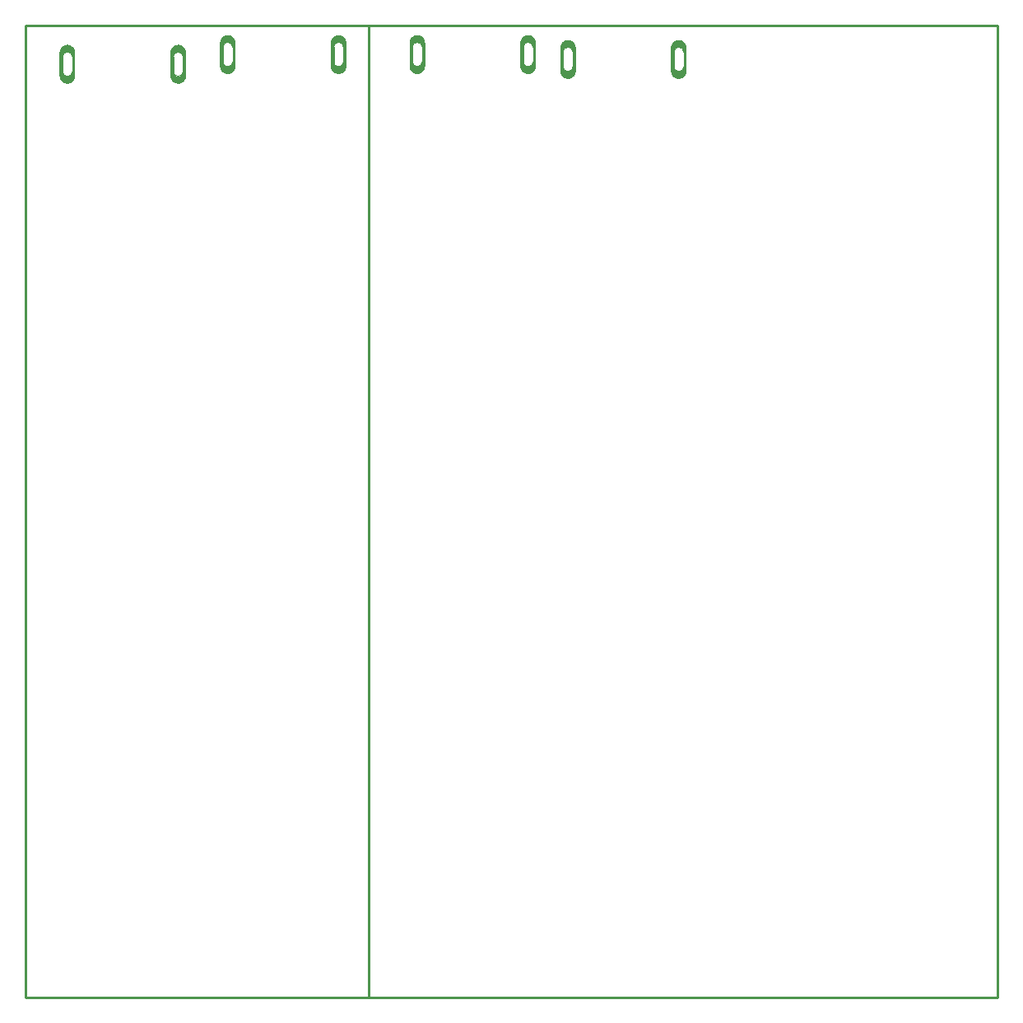
<source format=gbp>
G04*
G04 #@! TF.GenerationSoftware,Altium Limited,CircuitStudio,1.5.2 (1.5.2.30)*
G04*
G04 Layer_Color=16770453*
%FSLAX25Y25*%
%MOIN*%
G70*
G01*
G75*
%ADD27C,0.01000*%
%ADD32C,0.00000*%
G36*
X182055Y489759D02*
X182219Y489747D01*
X182383Y489725D01*
X182545Y489695D01*
X182705Y489656D01*
X182863Y489610D01*
X183019Y489555D01*
X183171Y489492D01*
X183320Y489421D01*
X183465Y489342D01*
X183605Y489256D01*
X183741Y489162D01*
X183872Y489062D01*
X183997Y488955D01*
X184117Y488841D01*
X184230Y488722D01*
X184337Y488596D01*
X184438Y488465D01*
X184531Y488330D01*
X184617Y488189D01*
X184696Y488044D01*
X184767Y487895D01*
X184830Y487743D01*
X184885Y487587D01*
X184932Y487429D01*
X184970Y487269D01*
X185001Y487107D01*
X185022Y486943D01*
X185035Y486779D01*
X185039Y486614D01*
Y481890D01*
Y477165D01*
X185035Y477001D01*
X185022Y476836D01*
X185001Y476673D01*
X184970Y476510D01*
X184932Y476350D01*
X184885Y476192D01*
X184830Y476037D01*
X184767Y475884D01*
X184696Y475736D01*
X184617Y475591D01*
X184531Y475450D01*
X184438Y475314D01*
X184337Y475183D01*
X184230Y475058D01*
X184117Y474938D01*
X183997Y474825D01*
X183872Y474718D01*
X183741Y474617D01*
X183605Y474524D01*
X183465Y474438D01*
X183320Y474359D01*
X183171Y474288D01*
X183019Y474225D01*
X182863Y474170D01*
X182705Y474123D01*
X182545Y474085D01*
X182383Y474054D01*
X182219Y474033D01*
X182055Y474020D01*
X181890Y474016D01*
X181725Y474020D01*
X181561Y474033D01*
X181397Y474054D01*
X181235Y474085D01*
X181075Y474123D01*
X180917Y474170D01*
X180761Y474225D01*
X180609Y474288D01*
X180460Y474359D01*
X180315Y474438D01*
X180174Y474524D01*
X180038Y474617D01*
X179908Y474718D01*
X179782Y474825D01*
X179663Y474938D01*
X179549Y475058D01*
X179442Y475183D01*
X179342Y475314D01*
X179248Y475450D01*
X179162Y475591D01*
X179083Y475736D01*
X179013Y475884D01*
X178949Y476037D01*
X178894Y476192D01*
X178848Y476350D01*
X178809Y476510D01*
X178779Y476673D01*
X178757Y476836D01*
X178744Y477001D01*
X178740Y477165D01*
Y481890D01*
Y486614D01*
X178744Y486779D01*
X178757Y486943D01*
X178779Y487107D01*
X178809Y487269D01*
X178848Y487429D01*
X178894Y487587D01*
X178949Y487743D01*
X179013Y487895D01*
X179083Y488044D01*
X179162Y488189D01*
X179248Y488330D01*
X179342Y488465D01*
X179442Y488596D01*
X179549Y488722D01*
X179663Y488841D01*
X179782Y488955D01*
X179908Y489062D01*
X180038Y489162D01*
X180174Y489256D01*
X180315Y489342D01*
X180460Y489421D01*
X180609Y489492D01*
X180761Y489555D01*
X180917Y489610D01*
X181075Y489656D01*
X181235Y489695D01*
X181397Y489725D01*
X181561Y489747D01*
X181725Y489759D01*
X181890Y489764D01*
X182055Y489759D01*
D02*
G37*
G36*
X226937D02*
X227101Y489747D01*
X227264Y489725D01*
X227427Y489695D01*
X227587Y489656D01*
X227745Y489610D01*
X227900Y489555D01*
X228053Y489492D01*
X228202Y489421D01*
X228346Y489342D01*
X228487Y489256D01*
X228623Y489162D01*
X228754Y489062D01*
X228879Y488955D01*
X228999Y488841D01*
X229112Y488722D01*
X229219Y488596D01*
X229320Y488465D01*
X229413Y488330D01*
X229499Y488189D01*
X229578Y488044D01*
X229649Y487895D01*
X229712Y487743D01*
X229767Y487587D01*
X229814Y487429D01*
X229852Y487269D01*
X229883Y487107D01*
X229904Y486943D01*
X229917Y486779D01*
X229921Y486614D01*
Y481890D01*
Y477165D01*
X229917Y477001D01*
X229904Y476836D01*
X229883Y476673D01*
X229852Y476510D01*
X229814Y476350D01*
X229767Y476192D01*
X229712Y476037D01*
X229649Y475884D01*
X229578Y475736D01*
X229499Y475591D01*
X229413Y475450D01*
X229320Y475314D01*
X229219Y475183D01*
X229112Y475058D01*
X228999Y474938D01*
X228879Y474825D01*
X228754Y474718D01*
X228623Y474617D01*
X228487Y474524D01*
X228346Y474438D01*
X228202Y474359D01*
X228053Y474288D01*
X227900Y474225D01*
X227745Y474170D01*
X227587Y474123D01*
X227427Y474085D01*
X227264Y474054D01*
X227101Y474033D01*
X226937Y474020D01*
X226772Y474016D01*
X226607Y474020D01*
X226442Y474033D01*
X226279Y474054D01*
X226117Y474085D01*
X225957Y474123D01*
X225798Y474170D01*
X225643Y474225D01*
X225491Y474288D01*
X225342Y474359D01*
X225197Y474438D01*
X225056Y474524D01*
X224920Y474617D01*
X224790Y474718D01*
X224664Y474825D01*
X224545Y474938D01*
X224431Y475058D01*
X224324Y475183D01*
X224224Y475314D01*
X224130Y475450D01*
X224044Y475591D01*
X223965Y475736D01*
X223894Y475884D01*
X223831Y476037D01*
X223776Y476192D01*
X223729Y476350D01*
X223691Y476510D01*
X223661Y476673D01*
X223639Y476836D01*
X223626Y477001D01*
X223622Y477165D01*
Y481890D01*
Y486614D01*
X223626Y486779D01*
X223639Y486943D01*
X223661Y487107D01*
X223691Y487269D01*
X223729Y487429D01*
X223776Y487587D01*
X223831Y487743D01*
X223894Y487895D01*
X223965Y488044D01*
X224044Y488189D01*
X224130Y488330D01*
X224224Y488465D01*
X224324Y488596D01*
X224431Y488722D01*
X224545Y488841D01*
X224664Y488955D01*
X224790Y489062D01*
X224920Y489162D01*
X225056Y489256D01*
X225197Y489342D01*
X225342Y489421D01*
X225491Y489492D01*
X225643Y489555D01*
X225798Y489610D01*
X225957Y489656D01*
X226117Y489695D01*
X226279Y489725D01*
X226442Y489747D01*
X226607Y489759D01*
X226772Y489764D01*
X226937Y489759D01*
D02*
G37*
G36*
X258826D02*
X258991Y489747D01*
X259154Y489725D01*
X259316Y489695D01*
X259477Y489656D01*
X259635Y489610D01*
X259790Y489555D01*
X259943Y489492D01*
X260091Y489421D01*
X260236Y489342D01*
X260377Y489256D01*
X260513Y489162D01*
X260644Y489062D01*
X260769Y488955D01*
X260889Y488841D01*
X261002Y488722D01*
X261109Y488596D01*
X261210Y488465D01*
X261303Y488330D01*
X261389Y488189D01*
X261468Y488044D01*
X261539Y487895D01*
X261602Y487743D01*
X261657Y487587D01*
X261704Y487429D01*
X261742Y487269D01*
X261772Y487107D01*
X261794Y486943D01*
X261807Y486779D01*
X261811Y486614D01*
Y481890D01*
Y477165D01*
X261807Y477001D01*
X261794Y476836D01*
X261772Y476673D01*
X261742Y476510D01*
X261704Y476350D01*
X261657Y476192D01*
X261602Y476037D01*
X261539Y475884D01*
X261468Y475736D01*
X261389Y475591D01*
X261303Y475450D01*
X261210Y475314D01*
X261109Y475183D01*
X261002Y475058D01*
X260889Y474938D01*
X260769Y474825D01*
X260644Y474718D01*
X260513Y474617D01*
X260377Y474524D01*
X260236Y474438D01*
X260091Y474359D01*
X259943Y474288D01*
X259790Y474225D01*
X259635Y474170D01*
X259477Y474123D01*
X259316Y474085D01*
X259154Y474054D01*
X258991Y474033D01*
X258826Y474020D01*
X258661Y474016D01*
X258497Y474020D01*
X258332Y474033D01*
X258169Y474054D01*
X258007Y474085D01*
X257846Y474123D01*
X257688Y474170D01*
X257533Y474225D01*
X257380Y474288D01*
X257231Y474359D01*
X257087Y474438D01*
X256946Y474524D01*
X256810Y474617D01*
X256679Y474718D01*
X256554Y474825D01*
X256434Y474938D01*
X256321Y475058D01*
X256214Y475183D01*
X256113Y475314D01*
X256020Y475450D01*
X255934Y475591D01*
X255855Y475736D01*
X255784Y475884D01*
X255721Y476037D01*
X255666Y476192D01*
X255619Y476350D01*
X255581Y476510D01*
X255551Y476673D01*
X255529Y476836D01*
X255516Y477001D01*
X255512Y477165D01*
Y481890D01*
Y486614D01*
X255516Y486779D01*
X255529Y486943D01*
X255551Y487107D01*
X255581Y487269D01*
X255619Y487429D01*
X255666Y487587D01*
X255721Y487743D01*
X255784Y487895D01*
X255855Y488044D01*
X255934Y488189D01*
X256020Y488330D01*
X256113Y488465D01*
X256214Y488596D01*
X256321Y488722D01*
X256434Y488841D01*
X256554Y488955D01*
X256679Y489062D01*
X256810Y489162D01*
X256946Y489256D01*
X257087Y489342D01*
X257231Y489421D01*
X257380Y489492D01*
X257533Y489555D01*
X257688Y489610D01*
X257846Y489656D01*
X258007Y489695D01*
X258169Y489725D01*
X258332Y489747D01*
X258497Y489759D01*
X258661Y489764D01*
X258826Y489759D01*
D02*
G37*
G36*
X364732Y487791D02*
X364896Y487778D01*
X365060Y487756D01*
X365222Y487726D01*
X365382Y487688D01*
X365540Y487641D01*
X365696Y487586D01*
X365848Y487523D01*
X365997Y487452D01*
X366142Y487373D01*
X366282Y487287D01*
X366418Y487194D01*
X366549Y487093D01*
X366674Y486986D01*
X366794Y486873D01*
X366908Y486753D01*
X367015Y486628D01*
X367115Y486497D01*
X367208Y486361D01*
X367295Y486221D01*
X367373Y486076D01*
X367444Y485927D01*
X367507Y485774D01*
X367562Y485619D01*
X367609Y485461D01*
X367648Y485300D01*
X367678Y485138D01*
X367699Y484975D01*
X367712Y484810D01*
X367717Y484646D01*
Y479921D01*
Y475197D01*
X367712Y475032D01*
X367699Y474868D01*
X367678Y474704D01*
X367648Y474542D01*
X367609Y474382D01*
X367562Y474224D01*
X367507Y474068D01*
X367444Y473916D01*
X367373Y473767D01*
X367295Y473622D01*
X367208Y473482D01*
X367115Y473346D01*
X367015Y473215D01*
X366908Y473089D01*
X366794Y472970D01*
X366674Y472856D01*
X366549Y472749D01*
X366418Y472649D01*
X366282Y472555D01*
X366142Y472469D01*
X365997Y472391D01*
X365848Y472320D01*
X365696Y472256D01*
X365540Y472201D01*
X365382Y472155D01*
X365222Y472116D01*
X365060Y472086D01*
X364896Y472064D01*
X364732Y472052D01*
X364567Y472047D01*
X364402Y472052D01*
X364238Y472064D01*
X364074Y472086D01*
X363912Y472116D01*
X363752Y472155D01*
X363594Y472201D01*
X363438Y472256D01*
X363286Y472320D01*
X363137Y472391D01*
X362992Y472469D01*
X362852Y472555D01*
X362716Y472649D01*
X362585Y472749D01*
X362459Y472856D01*
X362340Y472970D01*
X362226Y473089D01*
X362119Y473215D01*
X362019Y473346D01*
X361925Y473482D01*
X361839Y473622D01*
X361761Y473767D01*
X361690Y473916D01*
X361627Y474068D01*
X361572Y474224D01*
X361525Y474382D01*
X361486Y474542D01*
X361456Y474704D01*
X361435Y474868D01*
X361422Y475032D01*
X361417Y475197D01*
Y479921D01*
Y484646D01*
X361422Y484810D01*
X361435Y484975D01*
X361456Y485138D01*
X361486Y485300D01*
X361525Y485461D01*
X361572Y485619D01*
X361627Y485774D01*
X361690Y485927D01*
X361761Y486076D01*
X361839Y486221D01*
X361925Y486361D01*
X362019Y486497D01*
X362119Y486628D01*
X362226Y486753D01*
X362340Y486873D01*
X362459Y486986D01*
X362585Y487093D01*
X362716Y487194D01*
X362852Y487287D01*
X362992Y487373D01*
X363137Y487452D01*
X363286Y487523D01*
X363438Y487586D01*
X363594Y487641D01*
X363752Y487688D01*
X363912Y487726D01*
X364074Y487756D01*
X364238Y487778D01*
X364402Y487791D01*
X364567Y487795D01*
X364732Y487791D01*
D02*
G37*
G36*
X117094Y485822D02*
X117258Y485810D01*
X117422Y485788D01*
X117584Y485758D01*
X117744Y485719D01*
X117902Y485673D01*
X118058Y485618D01*
X118210Y485555D01*
X118359Y485484D01*
X118504Y485405D01*
X118644Y485319D01*
X118780Y485225D01*
X118911Y485125D01*
X119037Y485018D01*
X119156Y484904D01*
X119270Y484785D01*
X119377Y484659D01*
X119477Y484528D01*
X119571Y484393D01*
X119657Y484252D01*
X119735Y484107D01*
X119806Y483958D01*
X119870Y483806D01*
X119925Y483650D01*
X119971Y483492D01*
X120010Y483332D01*
X120040Y483170D01*
X120062Y483006D01*
X120074Y482842D01*
X120079Y482677D01*
Y477953D01*
Y473228D01*
X120074Y473064D01*
X120062Y472899D01*
X120040Y472736D01*
X120010Y472574D01*
X119971Y472413D01*
X119925Y472255D01*
X119870Y472100D01*
X119806Y471947D01*
X119735Y471799D01*
X119657Y471654D01*
X119571Y471513D01*
X119477Y471377D01*
X119377Y471246D01*
X119270Y471121D01*
X119156Y471001D01*
X119037Y470888D01*
X118911Y470781D01*
X118780Y470680D01*
X118644Y470587D01*
X118504Y470501D01*
X118359Y470422D01*
X118210Y470351D01*
X118058Y470288D01*
X117902Y470233D01*
X117744Y470186D01*
X117584Y470148D01*
X117422Y470118D01*
X117258Y470096D01*
X117094Y470083D01*
X116929Y470079D01*
X116764Y470083D01*
X116600Y470096D01*
X116436Y470118D01*
X116274Y470148D01*
X116114Y470186D01*
X115956Y470233D01*
X115800Y470288D01*
X115648Y470351D01*
X115499Y470422D01*
X115354Y470501D01*
X115214Y470587D01*
X115078Y470680D01*
X114947Y470781D01*
X114822Y470888D01*
X114702Y471001D01*
X114588Y471121D01*
X114481Y471246D01*
X114381Y471377D01*
X114288Y471513D01*
X114201Y471654D01*
X114123Y471799D01*
X114052Y471947D01*
X113989Y472100D01*
X113934Y472255D01*
X113887Y472413D01*
X113848Y472574D01*
X113818Y472736D01*
X113797Y472899D01*
X113784Y473064D01*
X113779Y473228D01*
Y477953D01*
Y482677D01*
X113784Y482842D01*
X113797Y483006D01*
X113818Y483170D01*
X113848Y483332D01*
X113887Y483492D01*
X113934Y483650D01*
X113989Y483806D01*
X114052Y483958D01*
X114123Y484107D01*
X114201Y484252D01*
X114288Y484393D01*
X114381Y484528D01*
X114481Y484659D01*
X114588Y484785D01*
X114702Y484904D01*
X114822Y485018D01*
X114947Y485125D01*
X115078Y485225D01*
X115214Y485319D01*
X115354Y485405D01*
X115499Y485484D01*
X115648Y485555D01*
X115800Y485618D01*
X115956Y485673D01*
X116114Y485719D01*
X116274Y485758D01*
X116436Y485788D01*
X116600Y485810D01*
X116764Y485822D01*
X116929Y485827D01*
X117094Y485822D01*
D02*
G37*
G36*
X161976D02*
X162140Y485810D01*
X162304Y485788D01*
X162466Y485758D01*
X162626Y485719D01*
X162784Y485673D01*
X162940Y485618D01*
X163092Y485555D01*
X163241Y485484D01*
X163386Y485405D01*
X163526Y485319D01*
X163662Y485225D01*
X163793Y485125D01*
X163918Y485018D01*
X164038Y484904D01*
X164152Y484785D01*
X164259Y484659D01*
X164359Y484528D01*
X164453Y484393D01*
X164539Y484252D01*
X164617Y484107D01*
X164688Y483958D01*
X164751Y483806D01*
X164806Y483650D01*
X164853Y483492D01*
X164892Y483332D01*
X164922Y483170D01*
X164943Y483006D01*
X164956Y482842D01*
X164961Y482677D01*
Y477953D01*
Y473228D01*
X164956Y473064D01*
X164943Y472899D01*
X164922Y472736D01*
X164892Y472574D01*
X164853Y472413D01*
X164806Y472255D01*
X164751Y472100D01*
X164688Y471947D01*
X164617Y471799D01*
X164539Y471654D01*
X164453Y471513D01*
X164359Y471377D01*
X164259Y471246D01*
X164152Y471121D01*
X164038Y471001D01*
X163918Y470888D01*
X163793Y470781D01*
X163662Y470680D01*
X163526Y470587D01*
X163386Y470501D01*
X163241Y470422D01*
X163092Y470351D01*
X162940Y470288D01*
X162784Y470233D01*
X162626Y470186D01*
X162466Y470148D01*
X162304Y470118D01*
X162140Y470096D01*
X161976Y470083D01*
X161811Y470079D01*
X161646Y470083D01*
X161482Y470096D01*
X161318Y470118D01*
X161156Y470148D01*
X160996Y470186D01*
X160838Y470233D01*
X160682Y470288D01*
X160530Y470351D01*
X160381Y470422D01*
X160236Y470501D01*
X160096Y470587D01*
X159960Y470680D01*
X159829Y470781D01*
X159704Y470888D01*
X159584Y471001D01*
X159470Y471121D01*
X159363Y471246D01*
X159263Y471377D01*
X159169Y471513D01*
X159083Y471654D01*
X159005Y471799D01*
X158934Y471947D01*
X158871Y472100D01*
X158816Y472255D01*
X158769Y472413D01*
X158730Y472574D01*
X158700Y472736D01*
X158679Y472899D01*
X158666Y473064D01*
X158661Y473228D01*
Y477953D01*
Y482677D01*
X158666Y482842D01*
X158679Y483006D01*
X158700Y483170D01*
X158730Y483332D01*
X158769Y483492D01*
X158816Y483650D01*
X158871Y483806D01*
X158934Y483958D01*
X159005Y484107D01*
X159083Y484252D01*
X159169Y484393D01*
X159263Y484528D01*
X159363Y484659D01*
X159470Y484785D01*
X159584Y484904D01*
X159704Y485018D01*
X159829Y485125D01*
X159960Y485225D01*
X160096Y485319D01*
X160236Y485405D01*
X160381Y485484D01*
X160530Y485555D01*
X160682Y485618D01*
X160838Y485673D01*
X160996Y485719D01*
X161156Y485758D01*
X161318Y485788D01*
X161482Y485810D01*
X161646Y485822D01*
X161811Y485827D01*
X161976Y485822D01*
D02*
G37*
G36*
X319850Y487791D02*
X320014Y487778D01*
X320178Y487756D01*
X320340Y487726D01*
X320500Y487688D01*
X320658Y487641D01*
X320814Y487586D01*
X320966Y487523D01*
X321115Y487452D01*
X321260Y487373D01*
X321400Y487287D01*
X321536Y487194D01*
X321667Y487093D01*
X321793Y486986D01*
X321912Y486873D01*
X322026Y486753D01*
X322133Y486628D01*
X322233Y486497D01*
X322326Y486361D01*
X322413Y486221D01*
X322491Y486076D01*
X322562Y485927D01*
X322625Y485774D01*
X322680Y485619D01*
X322727Y485461D01*
X322766Y485300D01*
X322796Y485138D01*
X322817Y484975D01*
X322830Y484810D01*
X322835Y484646D01*
Y479921D01*
Y475197D01*
X322830Y475032D01*
X322817Y474868D01*
X322796Y474704D01*
X322766Y474542D01*
X322727Y474382D01*
X322680Y474224D01*
X322625Y474068D01*
X322562Y473916D01*
X322491Y473767D01*
X322413Y473622D01*
X322326Y473482D01*
X322233Y473346D01*
X322133Y473215D01*
X322026Y473089D01*
X321912Y472970D01*
X321793Y472856D01*
X321667Y472749D01*
X321536Y472649D01*
X321400Y472555D01*
X321260Y472469D01*
X321115Y472391D01*
X320966Y472320D01*
X320814Y472256D01*
X320658Y472201D01*
X320500Y472155D01*
X320340Y472116D01*
X320178Y472086D01*
X320014Y472064D01*
X319850Y472052D01*
X319685Y472047D01*
X319520Y472052D01*
X319356Y472064D01*
X319192Y472086D01*
X319030Y472116D01*
X318870Y472155D01*
X318712Y472201D01*
X318556Y472256D01*
X318404Y472320D01*
X318255Y472391D01*
X318110Y472469D01*
X317970Y472555D01*
X317834Y472649D01*
X317703Y472749D01*
X317578Y472856D01*
X317458Y472970D01*
X317344Y473089D01*
X317237Y473215D01*
X317137Y473346D01*
X317044Y473482D01*
X316957Y473622D01*
X316879Y473767D01*
X316808Y473916D01*
X316745Y474068D01*
X316690Y474224D01*
X316643Y474382D01*
X316604Y474542D01*
X316574Y474704D01*
X316553Y474868D01*
X316540Y475032D01*
X316535Y475197D01*
Y479921D01*
Y484646D01*
X316540Y484810D01*
X316553Y484975D01*
X316574Y485138D01*
X316604Y485300D01*
X316643Y485461D01*
X316690Y485619D01*
X316745Y485774D01*
X316808Y485927D01*
X316879Y486076D01*
X316957Y486221D01*
X317044Y486361D01*
X317137Y486497D01*
X317237Y486628D01*
X317344Y486753D01*
X317458Y486873D01*
X317578Y486986D01*
X317703Y487093D01*
X317834Y487194D01*
X317970Y487287D01*
X318110Y487373D01*
X318255Y487452D01*
X318404Y487523D01*
X318556Y487586D01*
X318712Y487641D01*
X318870Y487688D01*
X319030Y487726D01*
X319192Y487756D01*
X319356Y487778D01*
X319520Y487791D01*
X319685Y487795D01*
X319850Y487791D01*
D02*
G37*
G36*
X303708Y489759D02*
X303872Y489747D01*
X304036Y489725D01*
X304198Y489695D01*
X304359Y489656D01*
X304517Y489610D01*
X304672Y489555D01*
X304824Y489492D01*
X304973Y489421D01*
X305118Y489342D01*
X305259Y489256D01*
X305395Y489162D01*
X305525Y489062D01*
X305651Y488955D01*
X305770Y488841D01*
X305884Y488722D01*
X305991Y488596D01*
X306091Y488465D01*
X306185Y488330D01*
X306271Y488189D01*
X306350Y488044D01*
X306421Y487895D01*
X306484Y487743D01*
X306539Y487587D01*
X306586Y487429D01*
X306624Y487269D01*
X306654Y487107D01*
X306676Y486943D01*
X306689Y486779D01*
X306693Y486614D01*
Y481890D01*
Y477165D01*
X306689Y477001D01*
X306676Y476836D01*
X306654Y476673D01*
X306624Y476510D01*
X306586Y476350D01*
X306539Y476192D01*
X306484Y476037D01*
X306421Y475884D01*
X306350Y475736D01*
X306271Y475591D01*
X306185Y475450D01*
X306091Y475314D01*
X305991Y475183D01*
X305884Y475058D01*
X305770Y474938D01*
X305651Y474825D01*
X305525Y474718D01*
X305395Y474617D01*
X305259Y474524D01*
X305118Y474438D01*
X304973Y474359D01*
X304824Y474288D01*
X304672Y474225D01*
X304517Y474170D01*
X304359Y474123D01*
X304198Y474085D01*
X304036Y474054D01*
X303872Y474033D01*
X303708Y474020D01*
X303543Y474016D01*
X303379Y474020D01*
X303214Y474033D01*
X303051Y474054D01*
X302888Y474085D01*
X302728Y474123D01*
X302570Y474170D01*
X302415Y474225D01*
X302262Y474288D01*
X302113Y474359D01*
X301969Y474438D01*
X301828Y474524D01*
X301692Y474617D01*
X301561Y474718D01*
X301436Y474825D01*
X301316Y474938D01*
X301203Y475058D01*
X301096Y475183D01*
X300995Y475314D01*
X300902Y475450D01*
X300816Y475591D01*
X300737Y475736D01*
X300666Y475884D01*
X300603Y476037D01*
X300548Y476192D01*
X300501Y476350D01*
X300463Y476510D01*
X300432Y476673D01*
X300411Y476836D01*
X300398Y477001D01*
X300394Y477165D01*
Y481890D01*
Y486614D01*
X300398Y486779D01*
X300411Y486943D01*
X300432Y487107D01*
X300463Y487269D01*
X300501Y487429D01*
X300548Y487587D01*
X300603Y487743D01*
X300666Y487895D01*
X300737Y488044D01*
X300816Y488189D01*
X300902Y488330D01*
X300995Y488465D01*
X301096Y488596D01*
X301203Y488722D01*
X301316Y488841D01*
X301436Y488955D01*
X301561Y489062D01*
X301692Y489162D01*
X301828Y489256D01*
X301969Y489342D01*
X302113Y489421D01*
X302262Y489492D01*
X302415Y489555D01*
X302570Y489610D01*
X302728Y489656D01*
X302888Y489695D01*
X303051Y489725D01*
X303214Y489747D01*
X303379Y489759D01*
X303543Y489764D01*
X303708Y489759D01*
D02*
G37*
%LPC*%
G36*
X226772Y486811D02*
X226669Y486808D01*
X226566Y486800D01*
X226464Y486787D01*
X226362Y486768D01*
X226262Y486744D01*
X226163Y486715D01*
X226066Y486680D01*
X225971Y486641D01*
X225878Y486596D01*
X225787Y486547D01*
X225699Y486493D01*
X225615Y486435D01*
X225533Y486372D01*
X225454Y486305D01*
X225380Y486235D01*
X225309Y486160D01*
X225242Y486081D01*
X225179Y486000D01*
X225121Y485915D01*
X225067Y485827D01*
X225018Y485736D01*
X224973Y485643D01*
X224934Y485548D01*
X224900Y485451D01*
X224870Y485352D01*
X224846Y485252D01*
X224827Y485150D01*
X224814Y485048D01*
X224806Y484945D01*
X224803Y484842D01*
Y481890D01*
Y478937D01*
X224806Y478834D01*
X224814Y478731D01*
X224827Y478629D01*
X224846Y478528D01*
X224870Y478428D01*
X224900Y478329D01*
X224934Y478232D01*
X224973Y478136D01*
X225018Y478043D01*
X225067Y477953D01*
X225121Y477865D01*
X225179Y477780D01*
X225242Y477698D01*
X225309Y477620D01*
X225380Y477545D01*
X225454Y477474D01*
X225533Y477407D01*
X225615Y477344D01*
X225699Y477286D01*
X225787Y477232D01*
X225878Y477183D01*
X225971Y477139D01*
X226066Y477099D01*
X226163Y477065D01*
X226262Y477036D01*
X226362Y477011D01*
X226464Y476993D01*
X226566Y476979D01*
X226669Y476971D01*
X226772Y476968D01*
X226875Y476971D01*
X226977Y476979D01*
X227080Y476993D01*
X227181Y477011D01*
X227281Y477036D01*
X227380Y477065D01*
X227477Y477099D01*
X227572Y477139D01*
X227665Y477183D01*
X227756Y477232D01*
X227844Y477286D01*
X227929Y477344D01*
X228011Y477407D01*
X228089Y477474D01*
X228164Y477545D01*
X228235Y477620D01*
X228302Y477698D01*
X228364Y477780D01*
X228423Y477865D01*
X228476Y477953D01*
X228526Y478043D01*
X228570Y478136D01*
X228609Y478232D01*
X228644Y478329D01*
X228673Y478428D01*
X228697Y478528D01*
X228716Y478629D01*
X228729Y478731D01*
X228737Y478834D01*
X228740Y478937D01*
Y481890D01*
Y484842D01*
X228737Y484945D01*
X228729Y485048D01*
X228716Y485150D01*
X228697Y485252D01*
X228673Y485352D01*
X228644Y485451D01*
X228609Y485548D01*
X228570Y485643D01*
X228526Y485736D01*
X228476Y485827D01*
X228423Y485915D01*
X228364Y486000D01*
X228302Y486081D01*
X228235Y486160D01*
X228164Y486235D01*
X228089Y486305D01*
X228011Y486372D01*
X227929Y486435D01*
X227844Y486493D01*
X227756Y486547D01*
X227665Y486596D01*
X227572Y486641D01*
X227477Y486680D01*
X227380Y486715D01*
X227281Y486744D01*
X227181Y486768D01*
X227080Y486787D01*
X226977Y486800D01*
X226875Y486808D01*
X226772Y486811D01*
D02*
G37*
G36*
X181890D02*
X181787Y486808D01*
X181684Y486800D01*
X181582Y486787D01*
X181481Y486768D01*
X181380Y486744D01*
X181281Y486715D01*
X181184Y486680D01*
X181089Y486641D01*
X180996Y486596D01*
X180905Y486547D01*
X180818Y486493D01*
X180733Y486435D01*
X180651Y486372D01*
X180573Y486305D01*
X180498Y486235D01*
X180427Y486160D01*
X180360Y486081D01*
X180297Y486000D01*
X180239Y485915D01*
X180185Y485827D01*
X180136Y485736D01*
X180092Y485643D01*
X180052Y485548D01*
X180018Y485451D01*
X179988Y485352D01*
X179964Y485252D01*
X179946Y485150D01*
X179932Y485048D01*
X179924Y484945D01*
X179921Y484842D01*
Y481890D01*
Y478937D01*
X179924Y478834D01*
X179932Y478731D01*
X179946Y478629D01*
X179964Y478528D01*
X179988Y478428D01*
X180018Y478329D01*
X180052Y478232D01*
X180092Y478136D01*
X180136Y478043D01*
X180185Y477953D01*
X180239Y477865D01*
X180297Y477780D01*
X180360Y477698D01*
X180427Y477620D01*
X180498Y477545D01*
X180573Y477474D01*
X180651Y477407D01*
X180733Y477344D01*
X180818Y477286D01*
X180905Y477232D01*
X180996Y477183D01*
X181089Y477139D01*
X181184Y477099D01*
X181281Y477065D01*
X181380Y477036D01*
X181481Y477011D01*
X181582Y476993D01*
X181684Y476979D01*
X181787Y476971D01*
X181890Y476968D01*
X181993Y476971D01*
X182096Y476979D01*
X182198Y476993D01*
X182299Y477011D01*
X182399Y477036D01*
X182498Y477065D01*
X182595Y477099D01*
X182690Y477139D01*
X182783Y477183D01*
X182874Y477232D01*
X182962Y477286D01*
X183047Y477344D01*
X183129Y477407D01*
X183207Y477474D01*
X183282Y477545D01*
X183353Y477620D01*
X183420Y477698D01*
X183482Y477780D01*
X183541Y477865D01*
X183595Y477953D01*
X183644Y478043D01*
X183688Y478136D01*
X183728Y478232D01*
X183762Y478329D01*
X183791Y478428D01*
X183815Y478528D01*
X183834Y478629D01*
X183847Y478731D01*
X183856Y478834D01*
X183858Y478937D01*
Y481890D01*
Y484842D01*
X183856Y484945D01*
X183847Y485048D01*
X183834Y485150D01*
X183815Y485252D01*
X183791Y485352D01*
X183762Y485451D01*
X183728Y485548D01*
X183688Y485643D01*
X183644Y485736D01*
X183595Y485827D01*
X183541Y485915D01*
X183482Y486000D01*
X183420Y486081D01*
X183353Y486160D01*
X183282Y486235D01*
X183207Y486305D01*
X183129Y486372D01*
X183047Y486435D01*
X182962Y486493D01*
X182874Y486547D01*
X182783Y486596D01*
X182690Y486641D01*
X182595Y486680D01*
X182498Y486715D01*
X182399Y486744D01*
X182299Y486768D01*
X182198Y486787D01*
X182096Y486800D01*
X181993Y486808D01*
X181890Y486811D01*
D02*
G37*
G36*
X303543D02*
X303440Y486808D01*
X303338Y486800D01*
X303235Y486787D01*
X303134Y486768D01*
X303034Y486744D01*
X302935Y486715D01*
X302838Y486680D01*
X302743Y486641D01*
X302650Y486596D01*
X302559Y486547D01*
X302471Y486493D01*
X302386Y486435D01*
X302305Y486372D01*
X302226Y486305D01*
X302151Y486235D01*
X302080Y486160D01*
X302013Y486081D01*
X301951Y486000D01*
X301892Y485915D01*
X301838Y485827D01*
X301789Y485736D01*
X301745Y485643D01*
X301706Y485548D01*
X301671Y485451D01*
X301642Y485352D01*
X301618Y485252D01*
X301599Y485150D01*
X301586Y485048D01*
X301577Y484945D01*
X301575Y484842D01*
Y481890D01*
Y478937D01*
X301577Y478834D01*
X301586Y478731D01*
X301599Y478629D01*
X301618Y478528D01*
X301642Y478428D01*
X301671Y478329D01*
X301706Y478232D01*
X301745Y478136D01*
X301789Y478043D01*
X301838Y477953D01*
X301892Y477865D01*
X301951Y477780D01*
X302013Y477698D01*
X302080Y477620D01*
X302151Y477545D01*
X302226Y477474D01*
X302305Y477407D01*
X302386Y477344D01*
X302471Y477286D01*
X302559Y477232D01*
X302650Y477183D01*
X302743Y477139D01*
X302838Y477099D01*
X302935Y477065D01*
X303034Y477036D01*
X303134Y477011D01*
X303235Y476993D01*
X303338Y476979D01*
X303440Y476971D01*
X303543Y476968D01*
X303646Y476971D01*
X303749Y476979D01*
X303851Y476993D01*
X303953Y477011D01*
X304053Y477036D01*
X304152Y477065D01*
X304249Y477099D01*
X304344Y477139D01*
X304437Y477183D01*
X304528Y477232D01*
X304615Y477286D01*
X304700Y477344D01*
X304782Y477407D01*
X304860Y477474D01*
X304935Y477545D01*
X305006Y477620D01*
X305073Y477698D01*
X305136Y477780D01*
X305194Y477865D01*
X305248Y477953D01*
X305297Y478043D01*
X305342Y478136D01*
X305381Y478232D01*
X305416Y478329D01*
X305445Y478428D01*
X305469Y478528D01*
X305488Y478629D01*
X305501Y478731D01*
X305509Y478834D01*
X305512Y478937D01*
Y481890D01*
Y484842D01*
X305509Y484945D01*
X305501Y485048D01*
X305488Y485150D01*
X305469Y485252D01*
X305445Y485352D01*
X305416Y485451D01*
X305381Y485548D01*
X305342Y485643D01*
X305297Y485736D01*
X305248Y485827D01*
X305194Y485915D01*
X305136Y486000D01*
X305073Y486081D01*
X305006Y486160D01*
X304935Y486235D01*
X304860Y486305D01*
X304782Y486372D01*
X304700Y486435D01*
X304615Y486493D01*
X304528Y486547D01*
X304437Y486596D01*
X304344Y486641D01*
X304249Y486680D01*
X304152Y486715D01*
X304053Y486744D01*
X303953Y486768D01*
X303851Y486787D01*
X303749Y486800D01*
X303646Y486808D01*
X303543Y486811D01*
D02*
G37*
G36*
X258661D02*
X258558Y486808D01*
X258456Y486800D01*
X258353Y486787D01*
X258252Y486768D01*
X258152Y486744D01*
X258053Y486715D01*
X257956Y486680D01*
X257861Y486641D01*
X257768Y486596D01*
X257677Y486547D01*
X257589Y486493D01*
X257504Y486435D01*
X257423Y486372D01*
X257344Y486305D01*
X257270Y486235D01*
X257199Y486160D01*
X257132Y486081D01*
X257069Y486000D01*
X257011Y485915D01*
X256957Y485827D01*
X256908Y485736D01*
X256863Y485643D01*
X256824Y485548D01*
X256789Y485451D01*
X256760Y485352D01*
X256736Y485252D01*
X256717Y485150D01*
X256704Y485048D01*
X256696Y484945D01*
X256693Y484842D01*
Y481890D01*
Y478937D01*
X256696Y478834D01*
X256704Y478731D01*
X256717Y478629D01*
X256736Y478528D01*
X256760Y478428D01*
X256789Y478329D01*
X256824Y478232D01*
X256863Y478136D01*
X256908Y478043D01*
X256957Y477953D01*
X257011Y477865D01*
X257069Y477780D01*
X257132Y477698D01*
X257199Y477620D01*
X257270Y477545D01*
X257344Y477474D01*
X257423Y477407D01*
X257504Y477344D01*
X257589Y477286D01*
X257677Y477232D01*
X257768Y477183D01*
X257861Y477139D01*
X257956Y477099D01*
X258053Y477065D01*
X258152Y477036D01*
X258252Y477011D01*
X258353Y476993D01*
X258456Y476979D01*
X258558Y476971D01*
X258661Y476968D01*
X258764Y476971D01*
X258867Y476979D01*
X258969Y476993D01*
X259071Y477011D01*
X259171Y477036D01*
X259270Y477065D01*
X259367Y477099D01*
X259462Y477139D01*
X259555Y477183D01*
X259646Y477232D01*
X259734Y477286D01*
X259819Y477344D01*
X259900Y477407D01*
X259979Y477474D01*
X260053Y477545D01*
X260124Y477620D01*
X260191Y477698D01*
X260254Y477780D01*
X260312Y477865D01*
X260366Y477953D01*
X260415Y478043D01*
X260460Y478136D01*
X260499Y478232D01*
X260534Y478329D01*
X260563Y478428D01*
X260587Y478528D01*
X260606Y478629D01*
X260619Y478731D01*
X260627Y478834D01*
X260630Y478937D01*
Y481890D01*
Y484842D01*
X260627Y484945D01*
X260619Y485048D01*
X260606Y485150D01*
X260587Y485252D01*
X260563Y485352D01*
X260534Y485451D01*
X260499Y485548D01*
X260460Y485643D01*
X260415Y485736D01*
X260366Y485827D01*
X260312Y485915D01*
X260254Y486000D01*
X260191Y486081D01*
X260124Y486160D01*
X260053Y486235D01*
X259979Y486305D01*
X259900Y486372D01*
X259819Y486435D01*
X259734Y486493D01*
X259646Y486547D01*
X259555Y486596D01*
X259462Y486641D01*
X259367Y486680D01*
X259270Y486715D01*
X259171Y486744D01*
X259071Y486768D01*
X258969Y486787D01*
X258867Y486800D01*
X258764Y486808D01*
X258661Y486811D01*
D02*
G37*
G36*
X364567Y484842D02*
X364464Y484840D01*
X364361Y484832D01*
X364259Y484818D01*
X364158Y484799D01*
X364057Y484775D01*
X363959Y484746D01*
X363861Y484712D01*
X363766Y484672D01*
X363673Y484628D01*
X363583Y484579D01*
X363495Y484525D01*
X363410Y484467D01*
X363328Y484404D01*
X363250Y484337D01*
X363175Y484266D01*
X363104Y484191D01*
X363037Y484113D01*
X362974Y484031D01*
X362916Y483946D01*
X362862Y483858D01*
X362813Y483768D01*
X362769Y483675D01*
X362729Y483579D01*
X362695Y483482D01*
X362666Y483384D01*
X362641Y483283D01*
X362623Y483182D01*
X362609Y483080D01*
X362601Y482977D01*
X362598Y482874D01*
Y479921D01*
Y476968D01*
X362601Y476865D01*
X362609Y476763D01*
X362623Y476661D01*
X362641Y476559D01*
X362666Y476459D01*
X362695Y476360D01*
X362729Y476263D01*
X362769Y476168D01*
X362813Y476075D01*
X362862Y475984D01*
X362916Y475896D01*
X362974Y475811D01*
X363037Y475730D01*
X363104Y475651D01*
X363175Y475577D01*
X363250Y475506D01*
X363328Y475439D01*
X363410Y475376D01*
X363495Y475318D01*
X363583Y475264D01*
X363673Y475214D01*
X363766Y475170D01*
X363861Y475131D01*
X363959Y475096D01*
X364057Y475067D01*
X364158Y475043D01*
X364259Y475024D01*
X364361Y475011D01*
X364464Y475003D01*
X364567Y475000D01*
X364670Y475003D01*
X364773Y475011D01*
X364875Y475024D01*
X364976Y475043D01*
X365076Y475067D01*
X365175Y475096D01*
X365272Y475131D01*
X365368Y475170D01*
X365461Y475214D01*
X365551Y475264D01*
X365639Y475318D01*
X365724Y475376D01*
X365806Y475439D01*
X365884Y475506D01*
X365959Y475577D01*
X366030Y475651D01*
X366097Y475730D01*
X366160Y475811D01*
X366218Y475896D01*
X366272Y475984D01*
X366321Y476075D01*
X366365Y476168D01*
X366405Y476263D01*
X366439Y476360D01*
X366468Y476459D01*
X366492Y476559D01*
X366511Y476661D01*
X366525Y476763D01*
X366533Y476865D01*
X366535Y476968D01*
Y479921D01*
Y482874D01*
X366533Y482977D01*
X366525Y483080D01*
X366511Y483182D01*
X366492Y483283D01*
X366468Y483384D01*
X366439Y483482D01*
X366405Y483579D01*
X366365Y483675D01*
X366321Y483768D01*
X366272Y483858D01*
X366218Y483946D01*
X366160Y484031D01*
X366097Y484113D01*
X366030Y484191D01*
X365959Y484266D01*
X365884Y484337D01*
X365806Y484404D01*
X365724Y484467D01*
X365639Y484525D01*
X365551Y484579D01*
X365461Y484628D01*
X365368Y484672D01*
X365272Y484712D01*
X365175Y484746D01*
X365076Y484775D01*
X364976Y484799D01*
X364875Y484818D01*
X364773Y484832D01*
X364670Y484840D01*
X364567Y484842D01*
D02*
G37*
G36*
X319685D02*
X319582Y484840D01*
X319479Y484832D01*
X319377Y484818D01*
X319276Y484799D01*
X319176Y484775D01*
X319077Y484746D01*
X318980Y484712D01*
X318884Y484672D01*
X318791Y484628D01*
X318701Y484579D01*
X318613Y484525D01*
X318528Y484467D01*
X318446Y484404D01*
X318368Y484337D01*
X318293Y484266D01*
X318222Y484191D01*
X318155Y484113D01*
X318092Y484031D01*
X318034Y483946D01*
X317980Y483858D01*
X317931Y483768D01*
X317887Y483675D01*
X317847Y483579D01*
X317813Y483482D01*
X317784Y483384D01*
X317759Y483283D01*
X317741Y483182D01*
X317727Y483080D01*
X317719Y482977D01*
X317717Y482874D01*
Y479921D01*
Y476968D01*
X317719Y476865D01*
X317727Y476763D01*
X317741Y476661D01*
X317759Y476559D01*
X317784Y476459D01*
X317813Y476360D01*
X317847Y476263D01*
X317887Y476168D01*
X317931Y476075D01*
X317980Y475984D01*
X318034Y475896D01*
X318092Y475811D01*
X318155Y475730D01*
X318222Y475651D01*
X318293Y475577D01*
X318368Y475506D01*
X318446Y475439D01*
X318528Y475376D01*
X318613Y475318D01*
X318701Y475264D01*
X318791Y475214D01*
X318884Y475170D01*
X318980Y475131D01*
X319077Y475096D01*
X319176Y475067D01*
X319276Y475043D01*
X319377Y475024D01*
X319479Y475011D01*
X319582Y475003D01*
X319685Y475000D01*
X319788Y475003D01*
X319891Y475011D01*
X319993Y475024D01*
X320094Y475043D01*
X320195Y475067D01*
X320293Y475096D01*
X320391Y475131D01*
X320486Y475170D01*
X320579Y475214D01*
X320669Y475264D01*
X320757Y475318D01*
X320842Y475376D01*
X320924Y475439D01*
X321002Y475506D01*
X321077Y475577D01*
X321148Y475651D01*
X321215Y475730D01*
X321278Y475811D01*
X321336Y475896D01*
X321390Y475984D01*
X321439Y476075D01*
X321483Y476168D01*
X321523Y476263D01*
X321557Y476360D01*
X321586Y476459D01*
X321610Y476559D01*
X321629Y476661D01*
X321643Y476763D01*
X321651Y476865D01*
X321654Y476968D01*
Y479921D01*
Y482874D01*
X321651Y482977D01*
X321643Y483080D01*
X321629Y483182D01*
X321610Y483283D01*
X321586Y483384D01*
X321557Y483482D01*
X321523Y483579D01*
X321483Y483675D01*
X321439Y483768D01*
X321390Y483858D01*
X321336Y483946D01*
X321278Y484031D01*
X321215Y484113D01*
X321148Y484191D01*
X321077Y484266D01*
X321002Y484337D01*
X320924Y484404D01*
X320842Y484467D01*
X320757Y484525D01*
X320669Y484579D01*
X320579Y484628D01*
X320486Y484672D01*
X320391Y484712D01*
X320293Y484746D01*
X320195Y484775D01*
X320094Y484799D01*
X319993Y484818D01*
X319891Y484832D01*
X319788Y484840D01*
X319685Y484842D01*
D02*
G37*
G36*
X116929Y482874D02*
X116826Y482871D01*
X116723Y482863D01*
X116621Y482850D01*
X116520Y482831D01*
X116420Y482807D01*
X116321Y482778D01*
X116224Y482743D01*
X116129Y482704D01*
X116035Y482659D01*
X115945Y482610D01*
X115857Y482556D01*
X115772Y482498D01*
X115690Y482435D01*
X115612Y482368D01*
X115537Y482298D01*
X115466Y482223D01*
X115399Y482144D01*
X115337Y482063D01*
X115278Y481978D01*
X115224Y481890D01*
X115175Y481799D01*
X115131Y481706D01*
X115091Y481611D01*
X115057Y481514D01*
X115028Y481415D01*
X115004Y481315D01*
X114985Y481214D01*
X114971Y481111D01*
X114963Y481008D01*
X114961Y480905D01*
Y477953D01*
Y475000D01*
X114963Y474897D01*
X114971Y474794D01*
X114985Y474692D01*
X115004Y474591D01*
X115028Y474490D01*
X115057Y474392D01*
X115091Y474295D01*
X115131Y474199D01*
X115175Y474106D01*
X115224Y474016D01*
X115278Y473928D01*
X115337Y473843D01*
X115399Y473761D01*
X115466Y473683D01*
X115537Y473608D01*
X115612Y473537D01*
X115690Y473470D01*
X115772Y473407D01*
X115857Y473349D01*
X115945Y473295D01*
X116035Y473246D01*
X116129Y473202D01*
X116224Y473162D01*
X116321Y473128D01*
X116420Y473099D01*
X116520Y473074D01*
X116621Y473056D01*
X116723Y473042D01*
X116826Y473034D01*
X116929Y473032D01*
X117032Y473034D01*
X117135Y473042D01*
X117237Y473056D01*
X117338Y473074D01*
X117439Y473099D01*
X117537Y473128D01*
X117635Y473162D01*
X117730Y473202D01*
X117823Y473246D01*
X117913Y473295D01*
X118001Y473349D01*
X118086Y473407D01*
X118168Y473470D01*
X118246Y473537D01*
X118321Y473608D01*
X118392Y473683D01*
X118459Y473761D01*
X118522Y473843D01*
X118580Y473928D01*
X118634Y474016D01*
X118683Y474106D01*
X118727Y474199D01*
X118767Y474295D01*
X118801Y474392D01*
X118831Y474490D01*
X118855Y474591D01*
X118873Y474692D01*
X118887Y474794D01*
X118895Y474897D01*
X118898Y475000D01*
Y477953D01*
Y480905D01*
X118895Y481008D01*
X118887Y481111D01*
X118873Y481214D01*
X118855Y481315D01*
X118831Y481415D01*
X118801Y481514D01*
X118767Y481611D01*
X118727Y481706D01*
X118683Y481799D01*
X118634Y481890D01*
X118580Y481978D01*
X118522Y482063D01*
X118459Y482144D01*
X118392Y482223D01*
X118321Y482298D01*
X118246Y482368D01*
X118168Y482435D01*
X118086Y482498D01*
X118001Y482556D01*
X117913Y482610D01*
X117823Y482659D01*
X117730Y482704D01*
X117635Y482743D01*
X117537Y482778D01*
X117439Y482807D01*
X117338Y482831D01*
X117237Y482850D01*
X117135Y482863D01*
X117032Y482871D01*
X116929Y482874D01*
D02*
G37*
G36*
X161811D02*
X161708Y482871D01*
X161605Y482863D01*
X161503Y482850D01*
X161402Y482831D01*
X161302Y482807D01*
X161203Y482778D01*
X161106Y482743D01*
X161010Y482704D01*
X160917Y482659D01*
X160827Y482610D01*
X160739Y482556D01*
X160654Y482498D01*
X160572Y482435D01*
X160494Y482368D01*
X160419Y482298D01*
X160348Y482223D01*
X160281Y482144D01*
X160219Y482063D01*
X160160Y481978D01*
X160106Y481890D01*
X160057Y481799D01*
X160013Y481706D01*
X159973Y481611D01*
X159939Y481514D01*
X159910Y481415D01*
X159886Y481315D01*
X159867Y481214D01*
X159853Y481111D01*
X159845Y481008D01*
X159843Y480905D01*
Y477953D01*
Y475000D01*
X159845Y474897D01*
X159853Y474794D01*
X159867Y474692D01*
X159886Y474591D01*
X159910Y474490D01*
X159939Y474392D01*
X159973Y474295D01*
X160013Y474199D01*
X160057Y474106D01*
X160106Y474016D01*
X160160Y473928D01*
X160219Y473843D01*
X160281Y473761D01*
X160348Y473683D01*
X160419Y473608D01*
X160494Y473537D01*
X160572Y473470D01*
X160654Y473407D01*
X160739Y473349D01*
X160827Y473295D01*
X160917Y473246D01*
X161010Y473202D01*
X161106Y473162D01*
X161203Y473128D01*
X161302Y473099D01*
X161402Y473074D01*
X161503Y473056D01*
X161605Y473042D01*
X161708Y473034D01*
X161811Y473032D01*
X161914Y473034D01*
X162017Y473042D01*
X162119Y473056D01*
X162220Y473074D01*
X162320Y473099D01*
X162419Y473128D01*
X162516Y473162D01*
X162612Y473202D01*
X162705Y473246D01*
X162795Y473295D01*
X162883Y473349D01*
X162968Y473407D01*
X163050Y473470D01*
X163128Y473537D01*
X163203Y473608D01*
X163274Y473683D01*
X163341Y473761D01*
X163404Y473843D01*
X163462Y473928D01*
X163516Y474016D01*
X163565Y474106D01*
X163609Y474199D01*
X163649Y474295D01*
X163683Y474392D01*
X163712Y474490D01*
X163736Y474591D01*
X163755Y474692D01*
X163769Y474794D01*
X163777Y474897D01*
X163779Y475000D01*
Y477953D01*
Y480905D01*
X163777Y481008D01*
X163769Y481111D01*
X163755Y481214D01*
X163736Y481315D01*
X163712Y481415D01*
X163683Y481514D01*
X163649Y481611D01*
X163609Y481706D01*
X163565Y481799D01*
X163516Y481890D01*
X163462Y481978D01*
X163404Y482063D01*
X163341Y482144D01*
X163274Y482223D01*
X163203Y482298D01*
X163128Y482368D01*
X163050Y482435D01*
X162968Y482498D01*
X162883Y482556D01*
X162795Y482610D01*
X162705Y482659D01*
X162612Y482704D01*
X162516Y482743D01*
X162419Y482778D01*
X162320Y482807D01*
X162220Y482831D01*
X162119Y482850D01*
X162017Y482863D01*
X161914Y482871D01*
X161811Y482874D01*
D02*
G37*
%LPD*%
D27*
X100000Y100000D02*
X493701D01*
Y493701D01*
X100000D02*
X493701D01*
X100000Y100000D02*
Y493701D01*
X238976Y100000D02*
Y493701D01*
D32*
X161811Y473032D02*
G03*
X163779Y475000I0J1969D01*
G01*
X159843D02*
G03*
X161811Y473032I1969J0D01*
G01*
Y482874D02*
G03*
X159843Y480905I0J-1969D01*
G01*
X163779D02*
G03*
X161811Y482874I-1969J0D01*
G01*
X116929Y473032D02*
G03*
X118898Y475000I0J1969D01*
G01*
X114961D02*
G03*
X116929Y473032I1969J0D01*
G01*
Y482874D02*
G03*
X114961Y480905I0J-1969D01*
G01*
X118898D02*
G03*
X116929Y482874I-1969J0D01*
G01*
X321654D02*
G03*
X319685Y484842I-1969J0D01*
G01*
D02*
G03*
X317717Y482874I0J-1969D01*
G01*
Y476968D02*
G03*
X319685Y475000I1969J0D01*
G01*
D02*
G03*
X321654Y476968I0J1969D01*
G01*
X366535Y482874D02*
G03*
X364567Y484842I-1969J0D01*
G01*
D02*
G03*
X362598Y482874I0J-1969D01*
G01*
Y476968D02*
G03*
X364567Y475000I1969J0D01*
G01*
D02*
G03*
X366535Y476968I0J1969D01*
G01*
X226772D02*
G03*
X228740Y478937I0J1969D01*
G01*
X224803D02*
G03*
X226772Y476968I1969J0D01*
G01*
Y486811D02*
G03*
X224803Y484842I0J-1969D01*
G01*
X228740D02*
G03*
X226772Y486811I-1969J0D01*
G01*
X181890Y476968D02*
G03*
X183858Y478937I0J1969D01*
G01*
X179921D02*
G03*
X181890Y476968I1969J0D01*
G01*
Y486811D02*
G03*
X179921Y484842I0J-1969D01*
G01*
X183858D02*
G03*
X181890Y486811I-1969J0D01*
G01*
X260630Y484842D02*
G03*
X258661Y486811I-1969J0D01*
G01*
D02*
G03*
X256693Y484842I0J-1969D01*
G01*
Y478937D02*
G03*
X258661Y476968I1969J0D01*
G01*
D02*
G03*
X260630Y478937I0J1969D01*
G01*
X305512Y484842D02*
G03*
X303543Y486811I-1969J0D01*
G01*
D02*
G03*
X301575Y484842I0J-1969D01*
G01*
Y478937D02*
G03*
X303543Y476968I1969J0D01*
G01*
D02*
G03*
X305512Y478937I0J1969D01*
G01*
X159843Y475000D02*
Y480905D01*
X163779Y475000D02*
Y480905D01*
X114961Y475000D02*
Y480905D01*
X118898Y475000D02*
Y480905D01*
X321654Y476968D02*
Y482874D01*
X317717Y476968D02*
Y482874D01*
X366535Y476968D02*
Y482874D01*
X362598Y476968D02*
Y482874D01*
X224803Y478937D02*
Y484842D01*
X228740Y478937D02*
Y484842D01*
X179921Y478937D02*
Y484842D01*
X183858Y478937D02*
Y484842D01*
X260630Y478937D02*
Y484842D01*
X256693Y478937D02*
Y484842D01*
X305512Y478937D02*
Y484842D01*
X301575Y478937D02*
Y484842D01*
M02*

</source>
